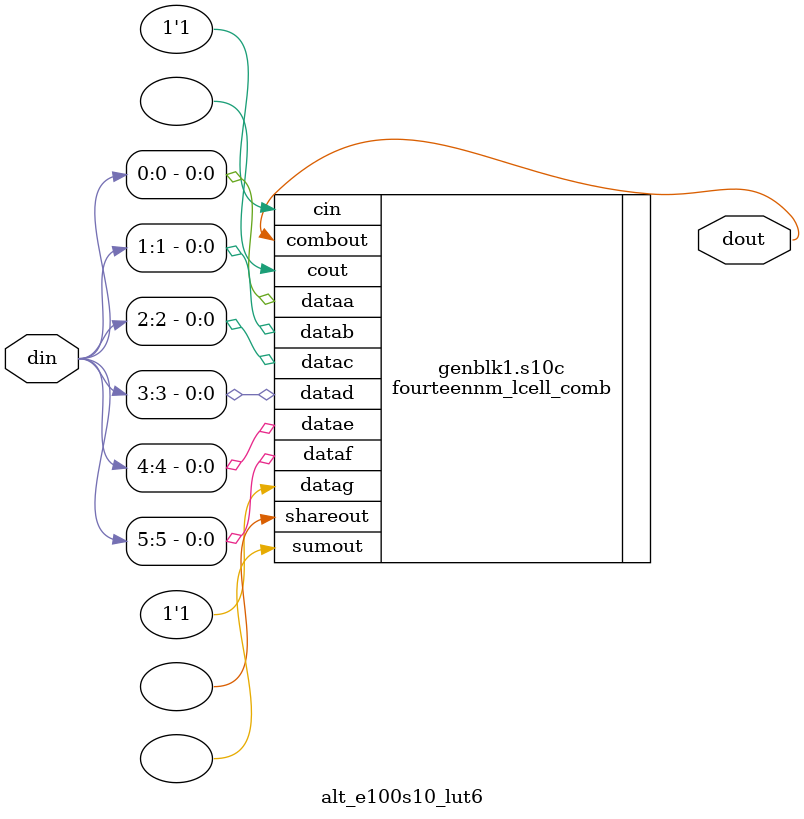
<source format=v>


`timescale 1 ps / 1 ps

module alt_e100s10_lut6 #(
    parameter MASK = 64'h80000000_00000000,
    parameter SIM_EMULATE = 1'b0
) (
    input [5:0] din,
    output dout
);

generate
    if (SIM_EMULATE) begin
        assign dout = MASK [din];
    end else begin

        fourteennm_lcell_comb s10c (
            .dataa (din[0]),
            .datab (din[1]),
            .datac (din[2]),
            .datad (din[3]),
            .datae (din[4]),
            .dataf (din[5]),
            .datag(1'b1),
            .cin(1'b1),
            // synthesis translate_off
            .datah(1'b1),
            .sharein(1'b0),  // does not exist in S10, but present in models for now
            // synthesis translate_on
            .sumout(),.cout(),.shareout(),
            .combout(dout)
        );
        defparam s10c .lut_mask = MASK;
        defparam s10c .shared_arith = "off";
        defparam s10c .extended_lut = "off";
    end
endgenerate

endmodule

</source>
